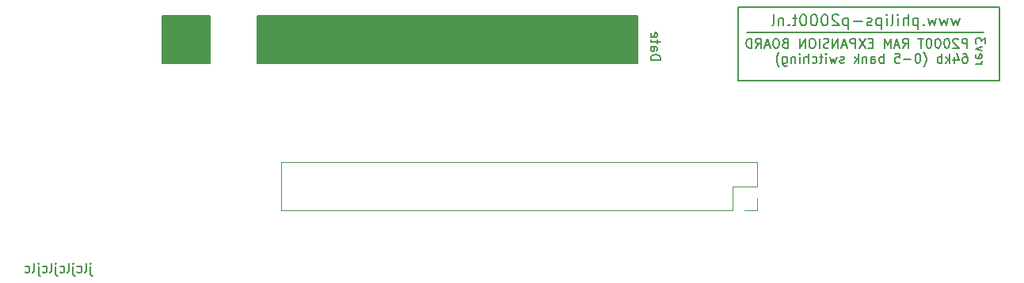
<source format=gbr>
%TF.GenerationSoftware,KiCad,Pcbnew,7.0.10*%
%TF.CreationDate,2024-01-06T13:40:11+01:00*%
%TF.ProjectId,p2000t-ram-expansion-board-smd,70323030-3074-42d7-9261-6d2d65787061,rev?*%
%TF.SameCoordinates,Original*%
%TF.FileFunction,Legend,Bot*%
%TF.FilePolarity,Positive*%
%FSLAX46Y46*%
G04 Gerber Fmt 4.6, Leading zero omitted, Abs format (unit mm)*
G04 Created by KiCad (PCBNEW 7.0.10) date 2024-01-06 13:40:11*
%MOMM*%
%LPD*%
G01*
G04 APERTURE LIST*
%ADD10C,0.150000*%
%ADD11C,0.120000*%
G04 APERTURE END LIST*
D10*
X98322382Y-60071000D02*
X126262382Y-60071000D01*
X126262382Y-67945000D01*
X98322382Y-67945000D01*
X98322382Y-60071000D01*
X46990000Y-60960000D02*
X87630000Y-60960000D01*
X87630000Y-66040000D01*
X46990000Y-66040000D01*
X46990000Y-60960000D01*
G36*
X46990000Y-60960000D02*
G01*
X87630000Y-60960000D01*
X87630000Y-66040000D01*
X46990000Y-66040000D01*
X46990000Y-60960000D01*
G37*
X36830000Y-60960000D02*
X41910000Y-60960000D01*
X41910000Y-66040000D01*
X36830000Y-66040000D01*
X36830000Y-60960000D01*
G36*
X36830000Y-60960000D02*
G01*
X41910000Y-60960000D01*
X41910000Y-66040000D01*
X36830000Y-66040000D01*
X36830000Y-60960000D01*
G37*
X99314000Y-62738000D02*
X124587000Y-62738000D01*
X123751180Y-66127142D02*
X124417847Y-66127142D01*
X124227371Y-66127142D02*
X124322609Y-66079523D01*
X124322609Y-66079523D02*
X124370228Y-66031904D01*
X124370228Y-66031904D02*
X124417847Y-65936666D01*
X124417847Y-65936666D02*
X124417847Y-65841428D01*
X123798800Y-65127142D02*
X123751180Y-65222380D01*
X123751180Y-65222380D02*
X123751180Y-65412856D01*
X123751180Y-65412856D02*
X123798800Y-65508094D01*
X123798800Y-65508094D02*
X123894038Y-65555713D01*
X123894038Y-65555713D02*
X124274990Y-65555713D01*
X124274990Y-65555713D02*
X124370228Y-65508094D01*
X124370228Y-65508094D02*
X124417847Y-65412856D01*
X124417847Y-65412856D02*
X124417847Y-65222380D01*
X124417847Y-65222380D02*
X124370228Y-65127142D01*
X124370228Y-65127142D02*
X124274990Y-65079523D01*
X124274990Y-65079523D02*
X124179752Y-65079523D01*
X124179752Y-65079523D02*
X124084514Y-65555713D01*
X124417847Y-64746189D02*
X123751180Y-64508094D01*
X123751180Y-64508094D02*
X124417847Y-64269999D01*
X124751180Y-63984284D02*
X124751180Y-63365237D01*
X124751180Y-63365237D02*
X124370228Y-63698570D01*
X124370228Y-63698570D02*
X124370228Y-63555713D01*
X124370228Y-63555713D02*
X124322609Y-63460475D01*
X124322609Y-63460475D02*
X124274990Y-63412856D01*
X124274990Y-63412856D02*
X124179752Y-63365237D01*
X124179752Y-63365237D02*
X123941657Y-63365237D01*
X123941657Y-63365237D02*
X123846419Y-63412856D01*
X123846419Y-63412856D02*
X123798800Y-63460475D01*
X123798800Y-63460475D02*
X123751180Y-63555713D01*
X123751180Y-63555713D02*
X123751180Y-63841427D01*
X123751180Y-63841427D02*
X123798800Y-63936665D01*
X123798800Y-63936665D02*
X123846419Y-63984284D01*
X122071142Y-61215342D02*
X121842571Y-62015342D01*
X121842571Y-62015342D02*
X121613999Y-61443914D01*
X121613999Y-61443914D02*
X121385428Y-62015342D01*
X121385428Y-62015342D02*
X121156856Y-61215342D01*
X120813999Y-61215342D02*
X120585428Y-62015342D01*
X120585428Y-62015342D02*
X120356856Y-61443914D01*
X120356856Y-61443914D02*
X120128285Y-62015342D01*
X120128285Y-62015342D02*
X119899713Y-61215342D01*
X119556856Y-61215342D02*
X119328285Y-62015342D01*
X119328285Y-62015342D02*
X119099713Y-61443914D01*
X119099713Y-61443914D02*
X118871142Y-62015342D01*
X118871142Y-62015342D02*
X118642570Y-61215342D01*
X118185427Y-61901057D02*
X118128284Y-61958200D01*
X118128284Y-61958200D02*
X118185427Y-62015342D01*
X118185427Y-62015342D02*
X118242570Y-61958200D01*
X118242570Y-61958200D02*
X118185427Y-61901057D01*
X118185427Y-61901057D02*
X118185427Y-62015342D01*
X117613998Y-61215342D02*
X117613998Y-62415342D01*
X117613998Y-61272485D02*
X117499713Y-61215342D01*
X117499713Y-61215342D02*
X117271141Y-61215342D01*
X117271141Y-61215342D02*
X117156855Y-61272485D01*
X117156855Y-61272485D02*
X117099713Y-61329628D01*
X117099713Y-61329628D02*
X117042570Y-61443914D01*
X117042570Y-61443914D02*
X117042570Y-61786771D01*
X117042570Y-61786771D02*
X117099713Y-61901057D01*
X117099713Y-61901057D02*
X117156855Y-61958200D01*
X117156855Y-61958200D02*
X117271141Y-62015342D01*
X117271141Y-62015342D02*
X117499713Y-62015342D01*
X117499713Y-62015342D02*
X117613998Y-61958200D01*
X116528284Y-62015342D02*
X116528284Y-60815342D01*
X116013999Y-62015342D02*
X116013999Y-61386771D01*
X116013999Y-61386771D02*
X116071141Y-61272485D01*
X116071141Y-61272485D02*
X116185427Y-61215342D01*
X116185427Y-61215342D02*
X116356856Y-61215342D01*
X116356856Y-61215342D02*
X116471141Y-61272485D01*
X116471141Y-61272485D02*
X116528284Y-61329628D01*
X115442570Y-62015342D02*
X115442570Y-61215342D01*
X115442570Y-60815342D02*
X115499713Y-60872485D01*
X115499713Y-60872485D02*
X115442570Y-60929628D01*
X115442570Y-60929628D02*
X115385427Y-60872485D01*
X115385427Y-60872485D02*
X115442570Y-60815342D01*
X115442570Y-60815342D02*
X115442570Y-60929628D01*
X114699713Y-62015342D02*
X114813998Y-61958200D01*
X114813998Y-61958200D02*
X114871141Y-61843914D01*
X114871141Y-61843914D02*
X114871141Y-60815342D01*
X114242570Y-62015342D02*
X114242570Y-61215342D01*
X114242570Y-60815342D02*
X114299713Y-60872485D01*
X114299713Y-60872485D02*
X114242570Y-60929628D01*
X114242570Y-60929628D02*
X114185427Y-60872485D01*
X114185427Y-60872485D02*
X114242570Y-60815342D01*
X114242570Y-60815342D02*
X114242570Y-60929628D01*
X113671141Y-61215342D02*
X113671141Y-62415342D01*
X113671141Y-61272485D02*
X113556856Y-61215342D01*
X113556856Y-61215342D02*
X113328284Y-61215342D01*
X113328284Y-61215342D02*
X113213998Y-61272485D01*
X113213998Y-61272485D02*
X113156856Y-61329628D01*
X113156856Y-61329628D02*
X113099713Y-61443914D01*
X113099713Y-61443914D02*
X113099713Y-61786771D01*
X113099713Y-61786771D02*
X113156856Y-61901057D01*
X113156856Y-61901057D02*
X113213998Y-61958200D01*
X113213998Y-61958200D02*
X113328284Y-62015342D01*
X113328284Y-62015342D02*
X113556856Y-62015342D01*
X113556856Y-62015342D02*
X113671141Y-61958200D01*
X112642570Y-61958200D02*
X112528284Y-62015342D01*
X112528284Y-62015342D02*
X112299713Y-62015342D01*
X112299713Y-62015342D02*
X112185427Y-61958200D01*
X112185427Y-61958200D02*
X112128284Y-61843914D01*
X112128284Y-61843914D02*
X112128284Y-61786771D01*
X112128284Y-61786771D02*
X112185427Y-61672485D01*
X112185427Y-61672485D02*
X112299713Y-61615342D01*
X112299713Y-61615342D02*
X112471142Y-61615342D01*
X112471142Y-61615342D02*
X112585427Y-61558200D01*
X112585427Y-61558200D02*
X112642570Y-61443914D01*
X112642570Y-61443914D02*
X112642570Y-61386771D01*
X112642570Y-61386771D02*
X112585427Y-61272485D01*
X112585427Y-61272485D02*
X112471142Y-61215342D01*
X112471142Y-61215342D02*
X112299713Y-61215342D01*
X112299713Y-61215342D02*
X112185427Y-61272485D01*
X111613998Y-61558200D02*
X110699713Y-61558200D01*
X110128284Y-61215342D02*
X110128284Y-62415342D01*
X110128284Y-61272485D02*
X110013999Y-61215342D01*
X110013999Y-61215342D02*
X109785427Y-61215342D01*
X109785427Y-61215342D02*
X109671141Y-61272485D01*
X109671141Y-61272485D02*
X109613999Y-61329628D01*
X109613999Y-61329628D02*
X109556856Y-61443914D01*
X109556856Y-61443914D02*
X109556856Y-61786771D01*
X109556856Y-61786771D02*
X109613999Y-61901057D01*
X109613999Y-61901057D02*
X109671141Y-61958200D01*
X109671141Y-61958200D02*
X109785427Y-62015342D01*
X109785427Y-62015342D02*
X110013999Y-62015342D01*
X110013999Y-62015342D02*
X110128284Y-61958200D01*
X109099713Y-60929628D02*
X109042570Y-60872485D01*
X109042570Y-60872485D02*
X108928285Y-60815342D01*
X108928285Y-60815342D02*
X108642570Y-60815342D01*
X108642570Y-60815342D02*
X108528285Y-60872485D01*
X108528285Y-60872485D02*
X108471142Y-60929628D01*
X108471142Y-60929628D02*
X108413999Y-61043914D01*
X108413999Y-61043914D02*
X108413999Y-61158200D01*
X108413999Y-61158200D02*
X108471142Y-61329628D01*
X108471142Y-61329628D02*
X109156856Y-62015342D01*
X109156856Y-62015342D02*
X108413999Y-62015342D01*
X107671142Y-60815342D02*
X107556856Y-60815342D01*
X107556856Y-60815342D02*
X107442570Y-60872485D01*
X107442570Y-60872485D02*
X107385428Y-60929628D01*
X107385428Y-60929628D02*
X107328285Y-61043914D01*
X107328285Y-61043914D02*
X107271142Y-61272485D01*
X107271142Y-61272485D02*
X107271142Y-61558200D01*
X107271142Y-61558200D02*
X107328285Y-61786771D01*
X107328285Y-61786771D02*
X107385428Y-61901057D01*
X107385428Y-61901057D02*
X107442570Y-61958200D01*
X107442570Y-61958200D02*
X107556856Y-62015342D01*
X107556856Y-62015342D02*
X107671142Y-62015342D01*
X107671142Y-62015342D02*
X107785428Y-61958200D01*
X107785428Y-61958200D02*
X107842570Y-61901057D01*
X107842570Y-61901057D02*
X107899713Y-61786771D01*
X107899713Y-61786771D02*
X107956856Y-61558200D01*
X107956856Y-61558200D02*
X107956856Y-61272485D01*
X107956856Y-61272485D02*
X107899713Y-61043914D01*
X107899713Y-61043914D02*
X107842570Y-60929628D01*
X107842570Y-60929628D02*
X107785428Y-60872485D01*
X107785428Y-60872485D02*
X107671142Y-60815342D01*
X106528285Y-60815342D02*
X106413999Y-60815342D01*
X106413999Y-60815342D02*
X106299713Y-60872485D01*
X106299713Y-60872485D02*
X106242571Y-60929628D01*
X106242571Y-60929628D02*
X106185428Y-61043914D01*
X106185428Y-61043914D02*
X106128285Y-61272485D01*
X106128285Y-61272485D02*
X106128285Y-61558200D01*
X106128285Y-61558200D02*
X106185428Y-61786771D01*
X106185428Y-61786771D02*
X106242571Y-61901057D01*
X106242571Y-61901057D02*
X106299713Y-61958200D01*
X106299713Y-61958200D02*
X106413999Y-62015342D01*
X106413999Y-62015342D02*
X106528285Y-62015342D01*
X106528285Y-62015342D02*
X106642571Y-61958200D01*
X106642571Y-61958200D02*
X106699713Y-61901057D01*
X106699713Y-61901057D02*
X106756856Y-61786771D01*
X106756856Y-61786771D02*
X106813999Y-61558200D01*
X106813999Y-61558200D02*
X106813999Y-61272485D01*
X106813999Y-61272485D02*
X106756856Y-61043914D01*
X106756856Y-61043914D02*
X106699713Y-60929628D01*
X106699713Y-60929628D02*
X106642571Y-60872485D01*
X106642571Y-60872485D02*
X106528285Y-60815342D01*
X105385428Y-60815342D02*
X105271142Y-60815342D01*
X105271142Y-60815342D02*
X105156856Y-60872485D01*
X105156856Y-60872485D02*
X105099714Y-60929628D01*
X105099714Y-60929628D02*
X105042571Y-61043914D01*
X105042571Y-61043914D02*
X104985428Y-61272485D01*
X104985428Y-61272485D02*
X104985428Y-61558200D01*
X104985428Y-61558200D02*
X105042571Y-61786771D01*
X105042571Y-61786771D02*
X105099714Y-61901057D01*
X105099714Y-61901057D02*
X105156856Y-61958200D01*
X105156856Y-61958200D02*
X105271142Y-62015342D01*
X105271142Y-62015342D02*
X105385428Y-62015342D01*
X105385428Y-62015342D02*
X105499714Y-61958200D01*
X105499714Y-61958200D02*
X105556856Y-61901057D01*
X105556856Y-61901057D02*
X105613999Y-61786771D01*
X105613999Y-61786771D02*
X105671142Y-61558200D01*
X105671142Y-61558200D02*
X105671142Y-61272485D01*
X105671142Y-61272485D02*
X105613999Y-61043914D01*
X105613999Y-61043914D02*
X105556856Y-60929628D01*
X105556856Y-60929628D02*
X105499714Y-60872485D01*
X105499714Y-60872485D02*
X105385428Y-60815342D01*
X104642571Y-61215342D02*
X104185428Y-61215342D01*
X104471142Y-60815342D02*
X104471142Y-61843914D01*
X104471142Y-61843914D02*
X104413999Y-61958200D01*
X104413999Y-61958200D02*
X104299714Y-62015342D01*
X104299714Y-62015342D02*
X104185428Y-62015342D01*
X103785428Y-61901057D02*
X103728285Y-61958200D01*
X103728285Y-61958200D02*
X103785428Y-62015342D01*
X103785428Y-62015342D02*
X103842571Y-61958200D01*
X103842571Y-61958200D02*
X103785428Y-61901057D01*
X103785428Y-61901057D02*
X103785428Y-62015342D01*
X103213999Y-61215342D02*
X103213999Y-62015342D01*
X103213999Y-61329628D02*
X103156856Y-61272485D01*
X103156856Y-61272485D02*
X103042571Y-61215342D01*
X103042571Y-61215342D02*
X102871142Y-61215342D01*
X102871142Y-61215342D02*
X102756856Y-61272485D01*
X102756856Y-61272485D02*
X102699714Y-61386771D01*
X102699714Y-61386771D02*
X102699714Y-62015342D01*
X101956857Y-62015342D02*
X102071142Y-61958200D01*
X102071142Y-61958200D02*
X102128285Y-61843914D01*
X102128285Y-61843914D02*
X102128285Y-60815342D01*
X89030180Y-65703220D02*
X90030180Y-65703220D01*
X90030180Y-65703220D02*
X90030180Y-65465125D01*
X90030180Y-65465125D02*
X89982561Y-65322268D01*
X89982561Y-65322268D02*
X89887323Y-65227030D01*
X89887323Y-65227030D02*
X89792085Y-65179411D01*
X89792085Y-65179411D02*
X89601609Y-65131792D01*
X89601609Y-65131792D02*
X89458752Y-65131792D01*
X89458752Y-65131792D02*
X89268276Y-65179411D01*
X89268276Y-65179411D02*
X89173038Y-65227030D01*
X89173038Y-65227030D02*
X89077800Y-65322268D01*
X89077800Y-65322268D02*
X89030180Y-65465125D01*
X89030180Y-65465125D02*
X89030180Y-65703220D01*
X89030180Y-64274649D02*
X89553990Y-64274649D01*
X89553990Y-64274649D02*
X89649228Y-64322268D01*
X89649228Y-64322268D02*
X89696847Y-64417506D01*
X89696847Y-64417506D02*
X89696847Y-64607982D01*
X89696847Y-64607982D02*
X89649228Y-64703220D01*
X89077800Y-64274649D02*
X89030180Y-64369887D01*
X89030180Y-64369887D02*
X89030180Y-64607982D01*
X89030180Y-64607982D02*
X89077800Y-64703220D01*
X89077800Y-64703220D02*
X89173038Y-64750839D01*
X89173038Y-64750839D02*
X89268276Y-64750839D01*
X89268276Y-64750839D02*
X89363514Y-64703220D01*
X89363514Y-64703220D02*
X89411133Y-64607982D01*
X89411133Y-64607982D02*
X89411133Y-64369887D01*
X89411133Y-64369887D02*
X89458752Y-64274649D01*
X89696847Y-63941315D02*
X89696847Y-63560363D01*
X90030180Y-63798458D02*
X89173038Y-63798458D01*
X89173038Y-63798458D02*
X89077800Y-63750839D01*
X89077800Y-63750839D02*
X89030180Y-63655601D01*
X89030180Y-63655601D02*
X89030180Y-63560363D01*
X89077800Y-62846077D02*
X89030180Y-62941315D01*
X89030180Y-62941315D02*
X89030180Y-63131791D01*
X89030180Y-63131791D02*
X89077800Y-63227029D01*
X89077800Y-63227029D02*
X89173038Y-63274648D01*
X89173038Y-63274648D02*
X89553990Y-63274648D01*
X89553990Y-63274648D02*
X89649228Y-63227029D01*
X89649228Y-63227029D02*
X89696847Y-63131791D01*
X89696847Y-63131791D02*
X89696847Y-62941315D01*
X89696847Y-62941315D02*
X89649228Y-62846077D01*
X89649228Y-62846077D02*
X89553990Y-62798458D01*
X89553990Y-62798458D02*
X89458752Y-62798458D01*
X89458752Y-62798458D02*
X89363514Y-63274648D01*
X122853220Y-64419819D02*
X122853220Y-63419819D01*
X122853220Y-63419819D02*
X122472268Y-63419819D01*
X122472268Y-63419819D02*
X122377030Y-63467438D01*
X122377030Y-63467438D02*
X122329411Y-63515057D01*
X122329411Y-63515057D02*
X122281792Y-63610295D01*
X122281792Y-63610295D02*
X122281792Y-63753152D01*
X122281792Y-63753152D02*
X122329411Y-63848390D01*
X122329411Y-63848390D02*
X122377030Y-63896009D01*
X122377030Y-63896009D02*
X122472268Y-63943628D01*
X122472268Y-63943628D02*
X122853220Y-63943628D01*
X121900839Y-63515057D02*
X121853220Y-63467438D01*
X121853220Y-63467438D02*
X121757982Y-63419819D01*
X121757982Y-63419819D02*
X121519887Y-63419819D01*
X121519887Y-63419819D02*
X121424649Y-63467438D01*
X121424649Y-63467438D02*
X121377030Y-63515057D01*
X121377030Y-63515057D02*
X121329411Y-63610295D01*
X121329411Y-63610295D02*
X121329411Y-63705533D01*
X121329411Y-63705533D02*
X121377030Y-63848390D01*
X121377030Y-63848390D02*
X121948458Y-64419819D01*
X121948458Y-64419819D02*
X121329411Y-64419819D01*
X120710363Y-63419819D02*
X120615125Y-63419819D01*
X120615125Y-63419819D02*
X120519887Y-63467438D01*
X120519887Y-63467438D02*
X120472268Y-63515057D01*
X120472268Y-63515057D02*
X120424649Y-63610295D01*
X120424649Y-63610295D02*
X120377030Y-63800771D01*
X120377030Y-63800771D02*
X120377030Y-64038866D01*
X120377030Y-64038866D02*
X120424649Y-64229342D01*
X120424649Y-64229342D02*
X120472268Y-64324580D01*
X120472268Y-64324580D02*
X120519887Y-64372200D01*
X120519887Y-64372200D02*
X120615125Y-64419819D01*
X120615125Y-64419819D02*
X120710363Y-64419819D01*
X120710363Y-64419819D02*
X120805601Y-64372200D01*
X120805601Y-64372200D02*
X120853220Y-64324580D01*
X120853220Y-64324580D02*
X120900839Y-64229342D01*
X120900839Y-64229342D02*
X120948458Y-64038866D01*
X120948458Y-64038866D02*
X120948458Y-63800771D01*
X120948458Y-63800771D02*
X120900839Y-63610295D01*
X120900839Y-63610295D02*
X120853220Y-63515057D01*
X120853220Y-63515057D02*
X120805601Y-63467438D01*
X120805601Y-63467438D02*
X120710363Y-63419819D01*
X119757982Y-63419819D02*
X119662744Y-63419819D01*
X119662744Y-63419819D02*
X119567506Y-63467438D01*
X119567506Y-63467438D02*
X119519887Y-63515057D01*
X119519887Y-63515057D02*
X119472268Y-63610295D01*
X119472268Y-63610295D02*
X119424649Y-63800771D01*
X119424649Y-63800771D02*
X119424649Y-64038866D01*
X119424649Y-64038866D02*
X119472268Y-64229342D01*
X119472268Y-64229342D02*
X119519887Y-64324580D01*
X119519887Y-64324580D02*
X119567506Y-64372200D01*
X119567506Y-64372200D02*
X119662744Y-64419819D01*
X119662744Y-64419819D02*
X119757982Y-64419819D01*
X119757982Y-64419819D02*
X119853220Y-64372200D01*
X119853220Y-64372200D02*
X119900839Y-64324580D01*
X119900839Y-64324580D02*
X119948458Y-64229342D01*
X119948458Y-64229342D02*
X119996077Y-64038866D01*
X119996077Y-64038866D02*
X119996077Y-63800771D01*
X119996077Y-63800771D02*
X119948458Y-63610295D01*
X119948458Y-63610295D02*
X119900839Y-63515057D01*
X119900839Y-63515057D02*
X119853220Y-63467438D01*
X119853220Y-63467438D02*
X119757982Y-63419819D01*
X118805601Y-63419819D02*
X118710363Y-63419819D01*
X118710363Y-63419819D02*
X118615125Y-63467438D01*
X118615125Y-63467438D02*
X118567506Y-63515057D01*
X118567506Y-63515057D02*
X118519887Y-63610295D01*
X118519887Y-63610295D02*
X118472268Y-63800771D01*
X118472268Y-63800771D02*
X118472268Y-64038866D01*
X118472268Y-64038866D02*
X118519887Y-64229342D01*
X118519887Y-64229342D02*
X118567506Y-64324580D01*
X118567506Y-64324580D02*
X118615125Y-64372200D01*
X118615125Y-64372200D02*
X118710363Y-64419819D01*
X118710363Y-64419819D02*
X118805601Y-64419819D01*
X118805601Y-64419819D02*
X118900839Y-64372200D01*
X118900839Y-64372200D02*
X118948458Y-64324580D01*
X118948458Y-64324580D02*
X118996077Y-64229342D01*
X118996077Y-64229342D02*
X119043696Y-64038866D01*
X119043696Y-64038866D02*
X119043696Y-63800771D01*
X119043696Y-63800771D02*
X118996077Y-63610295D01*
X118996077Y-63610295D02*
X118948458Y-63515057D01*
X118948458Y-63515057D02*
X118900839Y-63467438D01*
X118900839Y-63467438D02*
X118805601Y-63419819D01*
X118186553Y-63419819D02*
X117615125Y-63419819D01*
X117900839Y-64419819D02*
X117900839Y-63419819D01*
X115948458Y-64419819D02*
X116281791Y-63943628D01*
X116519886Y-64419819D02*
X116519886Y-63419819D01*
X116519886Y-63419819D02*
X116138934Y-63419819D01*
X116138934Y-63419819D02*
X116043696Y-63467438D01*
X116043696Y-63467438D02*
X115996077Y-63515057D01*
X115996077Y-63515057D02*
X115948458Y-63610295D01*
X115948458Y-63610295D02*
X115948458Y-63753152D01*
X115948458Y-63753152D02*
X115996077Y-63848390D01*
X115996077Y-63848390D02*
X116043696Y-63896009D01*
X116043696Y-63896009D02*
X116138934Y-63943628D01*
X116138934Y-63943628D02*
X116519886Y-63943628D01*
X115567505Y-64134104D02*
X115091315Y-64134104D01*
X115662743Y-64419819D02*
X115329410Y-63419819D01*
X115329410Y-63419819D02*
X114996077Y-64419819D01*
X114662743Y-64419819D02*
X114662743Y-63419819D01*
X114662743Y-63419819D02*
X114329410Y-64134104D01*
X114329410Y-64134104D02*
X113996077Y-63419819D01*
X113996077Y-63419819D02*
X113996077Y-64419819D01*
X112757981Y-63896009D02*
X112424648Y-63896009D01*
X112281791Y-64419819D02*
X112757981Y-64419819D01*
X112757981Y-64419819D02*
X112757981Y-63419819D01*
X112757981Y-63419819D02*
X112281791Y-63419819D01*
X111948457Y-63419819D02*
X111281791Y-64419819D01*
X111281791Y-63419819D02*
X111948457Y-64419819D01*
X110900838Y-64419819D02*
X110900838Y-63419819D01*
X110900838Y-63419819D02*
X110519886Y-63419819D01*
X110519886Y-63419819D02*
X110424648Y-63467438D01*
X110424648Y-63467438D02*
X110377029Y-63515057D01*
X110377029Y-63515057D02*
X110329410Y-63610295D01*
X110329410Y-63610295D02*
X110329410Y-63753152D01*
X110329410Y-63753152D02*
X110377029Y-63848390D01*
X110377029Y-63848390D02*
X110424648Y-63896009D01*
X110424648Y-63896009D02*
X110519886Y-63943628D01*
X110519886Y-63943628D02*
X110900838Y-63943628D01*
X109948457Y-64134104D02*
X109472267Y-64134104D01*
X110043695Y-64419819D02*
X109710362Y-63419819D01*
X109710362Y-63419819D02*
X109377029Y-64419819D01*
X109043695Y-64419819D02*
X109043695Y-63419819D01*
X109043695Y-63419819D02*
X108472267Y-64419819D01*
X108472267Y-64419819D02*
X108472267Y-63419819D01*
X108043695Y-64372200D02*
X107900838Y-64419819D01*
X107900838Y-64419819D02*
X107662743Y-64419819D01*
X107662743Y-64419819D02*
X107567505Y-64372200D01*
X107567505Y-64372200D02*
X107519886Y-64324580D01*
X107519886Y-64324580D02*
X107472267Y-64229342D01*
X107472267Y-64229342D02*
X107472267Y-64134104D01*
X107472267Y-64134104D02*
X107519886Y-64038866D01*
X107519886Y-64038866D02*
X107567505Y-63991247D01*
X107567505Y-63991247D02*
X107662743Y-63943628D01*
X107662743Y-63943628D02*
X107853219Y-63896009D01*
X107853219Y-63896009D02*
X107948457Y-63848390D01*
X107948457Y-63848390D02*
X107996076Y-63800771D01*
X107996076Y-63800771D02*
X108043695Y-63705533D01*
X108043695Y-63705533D02*
X108043695Y-63610295D01*
X108043695Y-63610295D02*
X107996076Y-63515057D01*
X107996076Y-63515057D02*
X107948457Y-63467438D01*
X107948457Y-63467438D02*
X107853219Y-63419819D01*
X107853219Y-63419819D02*
X107615124Y-63419819D01*
X107615124Y-63419819D02*
X107472267Y-63467438D01*
X107043695Y-64419819D02*
X107043695Y-63419819D01*
X106377029Y-63419819D02*
X106186553Y-63419819D01*
X106186553Y-63419819D02*
X106091315Y-63467438D01*
X106091315Y-63467438D02*
X105996077Y-63562676D01*
X105996077Y-63562676D02*
X105948458Y-63753152D01*
X105948458Y-63753152D02*
X105948458Y-64086485D01*
X105948458Y-64086485D02*
X105996077Y-64276961D01*
X105996077Y-64276961D02*
X106091315Y-64372200D01*
X106091315Y-64372200D02*
X106186553Y-64419819D01*
X106186553Y-64419819D02*
X106377029Y-64419819D01*
X106377029Y-64419819D02*
X106472267Y-64372200D01*
X106472267Y-64372200D02*
X106567505Y-64276961D01*
X106567505Y-64276961D02*
X106615124Y-64086485D01*
X106615124Y-64086485D02*
X106615124Y-63753152D01*
X106615124Y-63753152D02*
X106567505Y-63562676D01*
X106567505Y-63562676D02*
X106472267Y-63467438D01*
X106472267Y-63467438D02*
X106377029Y-63419819D01*
X105519886Y-64419819D02*
X105519886Y-63419819D01*
X105519886Y-63419819D02*
X104948458Y-64419819D01*
X104948458Y-64419819D02*
X104948458Y-63419819D01*
X103377029Y-63896009D02*
X103234172Y-63943628D01*
X103234172Y-63943628D02*
X103186553Y-63991247D01*
X103186553Y-63991247D02*
X103138934Y-64086485D01*
X103138934Y-64086485D02*
X103138934Y-64229342D01*
X103138934Y-64229342D02*
X103186553Y-64324580D01*
X103186553Y-64324580D02*
X103234172Y-64372200D01*
X103234172Y-64372200D02*
X103329410Y-64419819D01*
X103329410Y-64419819D02*
X103710362Y-64419819D01*
X103710362Y-64419819D02*
X103710362Y-63419819D01*
X103710362Y-63419819D02*
X103377029Y-63419819D01*
X103377029Y-63419819D02*
X103281791Y-63467438D01*
X103281791Y-63467438D02*
X103234172Y-63515057D01*
X103234172Y-63515057D02*
X103186553Y-63610295D01*
X103186553Y-63610295D02*
X103186553Y-63705533D01*
X103186553Y-63705533D02*
X103234172Y-63800771D01*
X103234172Y-63800771D02*
X103281791Y-63848390D01*
X103281791Y-63848390D02*
X103377029Y-63896009D01*
X103377029Y-63896009D02*
X103710362Y-63896009D01*
X102519886Y-63419819D02*
X102329410Y-63419819D01*
X102329410Y-63419819D02*
X102234172Y-63467438D01*
X102234172Y-63467438D02*
X102138934Y-63562676D01*
X102138934Y-63562676D02*
X102091315Y-63753152D01*
X102091315Y-63753152D02*
X102091315Y-64086485D01*
X102091315Y-64086485D02*
X102138934Y-64276961D01*
X102138934Y-64276961D02*
X102234172Y-64372200D01*
X102234172Y-64372200D02*
X102329410Y-64419819D01*
X102329410Y-64419819D02*
X102519886Y-64419819D01*
X102519886Y-64419819D02*
X102615124Y-64372200D01*
X102615124Y-64372200D02*
X102710362Y-64276961D01*
X102710362Y-64276961D02*
X102757981Y-64086485D01*
X102757981Y-64086485D02*
X102757981Y-63753152D01*
X102757981Y-63753152D02*
X102710362Y-63562676D01*
X102710362Y-63562676D02*
X102615124Y-63467438D01*
X102615124Y-63467438D02*
X102519886Y-63419819D01*
X101710362Y-64134104D02*
X101234172Y-64134104D01*
X101805600Y-64419819D02*
X101472267Y-63419819D01*
X101472267Y-63419819D02*
X101138934Y-64419819D01*
X100234172Y-64419819D02*
X100567505Y-63943628D01*
X100805600Y-64419819D02*
X100805600Y-63419819D01*
X100805600Y-63419819D02*
X100424648Y-63419819D01*
X100424648Y-63419819D02*
X100329410Y-63467438D01*
X100329410Y-63467438D02*
X100281791Y-63515057D01*
X100281791Y-63515057D02*
X100234172Y-63610295D01*
X100234172Y-63610295D02*
X100234172Y-63753152D01*
X100234172Y-63753152D02*
X100281791Y-63848390D01*
X100281791Y-63848390D02*
X100329410Y-63896009D01*
X100329410Y-63896009D02*
X100424648Y-63943628D01*
X100424648Y-63943628D02*
X100805600Y-63943628D01*
X99805600Y-64419819D02*
X99805600Y-63419819D01*
X99805600Y-63419819D02*
X99567505Y-63419819D01*
X99567505Y-63419819D02*
X99424648Y-63467438D01*
X99424648Y-63467438D02*
X99329410Y-63562676D01*
X99329410Y-63562676D02*
X99281791Y-63657914D01*
X99281791Y-63657914D02*
X99234172Y-63848390D01*
X99234172Y-63848390D02*
X99234172Y-63991247D01*
X99234172Y-63991247D02*
X99281791Y-64181723D01*
X99281791Y-64181723D02*
X99329410Y-64276961D01*
X99329410Y-64276961D02*
X99424648Y-64372200D01*
X99424648Y-64372200D02*
X99567505Y-64419819D01*
X99567505Y-64419819D02*
X99805600Y-64419819D01*
X122424649Y-65029819D02*
X122615125Y-65029819D01*
X122615125Y-65029819D02*
X122710363Y-65077438D01*
X122710363Y-65077438D02*
X122757982Y-65125057D01*
X122757982Y-65125057D02*
X122853220Y-65267914D01*
X122853220Y-65267914D02*
X122900839Y-65458390D01*
X122900839Y-65458390D02*
X122900839Y-65839342D01*
X122900839Y-65839342D02*
X122853220Y-65934580D01*
X122853220Y-65934580D02*
X122805601Y-65982200D01*
X122805601Y-65982200D02*
X122710363Y-66029819D01*
X122710363Y-66029819D02*
X122519887Y-66029819D01*
X122519887Y-66029819D02*
X122424649Y-65982200D01*
X122424649Y-65982200D02*
X122377030Y-65934580D01*
X122377030Y-65934580D02*
X122329411Y-65839342D01*
X122329411Y-65839342D02*
X122329411Y-65601247D01*
X122329411Y-65601247D02*
X122377030Y-65506009D01*
X122377030Y-65506009D02*
X122424649Y-65458390D01*
X122424649Y-65458390D02*
X122519887Y-65410771D01*
X122519887Y-65410771D02*
X122710363Y-65410771D01*
X122710363Y-65410771D02*
X122805601Y-65458390D01*
X122805601Y-65458390D02*
X122853220Y-65506009D01*
X122853220Y-65506009D02*
X122900839Y-65601247D01*
X121472268Y-65363152D02*
X121472268Y-66029819D01*
X121710363Y-64982200D02*
X121948458Y-65696485D01*
X121948458Y-65696485D02*
X121329411Y-65696485D01*
X120948458Y-66029819D02*
X120948458Y-65029819D01*
X120853220Y-65648866D02*
X120567506Y-66029819D01*
X120567506Y-65363152D02*
X120948458Y-65744104D01*
X120138934Y-66029819D02*
X120138934Y-65029819D01*
X120138934Y-65410771D02*
X120043696Y-65363152D01*
X120043696Y-65363152D02*
X119853220Y-65363152D01*
X119853220Y-65363152D02*
X119757982Y-65410771D01*
X119757982Y-65410771D02*
X119710363Y-65458390D01*
X119710363Y-65458390D02*
X119662744Y-65553628D01*
X119662744Y-65553628D02*
X119662744Y-65839342D01*
X119662744Y-65839342D02*
X119710363Y-65934580D01*
X119710363Y-65934580D02*
X119757982Y-65982200D01*
X119757982Y-65982200D02*
X119853220Y-66029819D01*
X119853220Y-66029819D02*
X120043696Y-66029819D01*
X120043696Y-66029819D02*
X120138934Y-65982200D01*
X118186553Y-66410771D02*
X118234172Y-66363152D01*
X118234172Y-66363152D02*
X118329410Y-66220295D01*
X118329410Y-66220295D02*
X118377029Y-66125057D01*
X118377029Y-66125057D02*
X118424648Y-65982200D01*
X118424648Y-65982200D02*
X118472267Y-65744104D01*
X118472267Y-65744104D02*
X118472267Y-65553628D01*
X118472267Y-65553628D02*
X118424648Y-65315533D01*
X118424648Y-65315533D02*
X118377029Y-65172676D01*
X118377029Y-65172676D02*
X118329410Y-65077438D01*
X118329410Y-65077438D02*
X118234172Y-64934580D01*
X118234172Y-64934580D02*
X118186553Y-64886961D01*
X117615124Y-65029819D02*
X117519886Y-65029819D01*
X117519886Y-65029819D02*
X117424648Y-65077438D01*
X117424648Y-65077438D02*
X117377029Y-65125057D01*
X117377029Y-65125057D02*
X117329410Y-65220295D01*
X117329410Y-65220295D02*
X117281791Y-65410771D01*
X117281791Y-65410771D02*
X117281791Y-65648866D01*
X117281791Y-65648866D02*
X117329410Y-65839342D01*
X117329410Y-65839342D02*
X117377029Y-65934580D01*
X117377029Y-65934580D02*
X117424648Y-65982200D01*
X117424648Y-65982200D02*
X117519886Y-66029819D01*
X117519886Y-66029819D02*
X117615124Y-66029819D01*
X117615124Y-66029819D02*
X117710362Y-65982200D01*
X117710362Y-65982200D02*
X117757981Y-65934580D01*
X117757981Y-65934580D02*
X117805600Y-65839342D01*
X117805600Y-65839342D02*
X117853219Y-65648866D01*
X117853219Y-65648866D02*
X117853219Y-65410771D01*
X117853219Y-65410771D02*
X117805600Y-65220295D01*
X117805600Y-65220295D02*
X117757981Y-65125057D01*
X117757981Y-65125057D02*
X117710362Y-65077438D01*
X117710362Y-65077438D02*
X117615124Y-65029819D01*
X116853219Y-65648866D02*
X116091315Y-65648866D01*
X115138934Y-65029819D02*
X115615124Y-65029819D01*
X115615124Y-65029819D02*
X115662743Y-65506009D01*
X115662743Y-65506009D02*
X115615124Y-65458390D01*
X115615124Y-65458390D02*
X115519886Y-65410771D01*
X115519886Y-65410771D02*
X115281791Y-65410771D01*
X115281791Y-65410771D02*
X115186553Y-65458390D01*
X115186553Y-65458390D02*
X115138934Y-65506009D01*
X115138934Y-65506009D02*
X115091315Y-65601247D01*
X115091315Y-65601247D02*
X115091315Y-65839342D01*
X115091315Y-65839342D02*
X115138934Y-65934580D01*
X115138934Y-65934580D02*
X115186553Y-65982200D01*
X115186553Y-65982200D02*
X115281791Y-66029819D01*
X115281791Y-66029819D02*
X115519886Y-66029819D01*
X115519886Y-66029819D02*
X115615124Y-65982200D01*
X115615124Y-65982200D02*
X115662743Y-65934580D01*
X113900838Y-66029819D02*
X113900838Y-65029819D01*
X113900838Y-65410771D02*
X113805600Y-65363152D01*
X113805600Y-65363152D02*
X113615124Y-65363152D01*
X113615124Y-65363152D02*
X113519886Y-65410771D01*
X113519886Y-65410771D02*
X113472267Y-65458390D01*
X113472267Y-65458390D02*
X113424648Y-65553628D01*
X113424648Y-65553628D02*
X113424648Y-65839342D01*
X113424648Y-65839342D02*
X113472267Y-65934580D01*
X113472267Y-65934580D02*
X113519886Y-65982200D01*
X113519886Y-65982200D02*
X113615124Y-66029819D01*
X113615124Y-66029819D02*
X113805600Y-66029819D01*
X113805600Y-66029819D02*
X113900838Y-65982200D01*
X112567505Y-66029819D02*
X112567505Y-65506009D01*
X112567505Y-65506009D02*
X112615124Y-65410771D01*
X112615124Y-65410771D02*
X112710362Y-65363152D01*
X112710362Y-65363152D02*
X112900838Y-65363152D01*
X112900838Y-65363152D02*
X112996076Y-65410771D01*
X112567505Y-65982200D02*
X112662743Y-66029819D01*
X112662743Y-66029819D02*
X112900838Y-66029819D01*
X112900838Y-66029819D02*
X112996076Y-65982200D01*
X112996076Y-65982200D02*
X113043695Y-65886961D01*
X113043695Y-65886961D02*
X113043695Y-65791723D01*
X113043695Y-65791723D02*
X112996076Y-65696485D01*
X112996076Y-65696485D02*
X112900838Y-65648866D01*
X112900838Y-65648866D02*
X112662743Y-65648866D01*
X112662743Y-65648866D02*
X112567505Y-65601247D01*
X112091314Y-65363152D02*
X112091314Y-66029819D01*
X112091314Y-65458390D02*
X112043695Y-65410771D01*
X112043695Y-65410771D02*
X111948457Y-65363152D01*
X111948457Y-65363152D02*
X111805600Y-65363152D01*
X111805600Y-65363152D02*
X111710362Y-65410771D01*
X111710362Y-65410771D02*
X111662743Y-65506009D01*
X111662743Y-65506009D02*
X111662743Y-66029819D01*
X111186552Y-66029819D02*
X111186552Y-65029819D01*
X111091314Y-65648866D02*
X110805600Y-66029819D01*
X110805600Y-65363152D02*
X111186552Y-65744104D01*
X109662742Y-65982200D02*
X109567504Y-66029819D01*
X109567504Y-66029819D02*
X109377028Y-66029819D01*
X109377028Y-66029819D02*
X109281790Y-65982200D01*
X109281790Y-65982200D02*
X109234171Y-65886961D01*
X109234171Y-65886961D02*
X109234171Y-65839342D01*
X109234171Y-65839342D02*
X109281790Y-65744104D01*
X109281790Y-65744104D02*
X109377028Y-65696485D01*
X109377028Y-65696485D02*
X109519885Y-65696485D01*
X109519885Y-65696485D02*
X109615123Y-65648866D01*
X109615123Y-65648866D02*
X109662742Y-65553628D01*
X109662742Y-65553628D02*
X109662742Y-65506009D01*
X109662742Y-65506009D02*
X109615123Y-65410771D01*
X109615123Y-65410771D02*
X109519885Y-65363152D01*
X109519885Y-65363152D02*
X109377028Y-65363152D01*
X109377028Y-65363152D02*
X109281790Y-65410771D01*
X108900837Y-65363152D02*
X108710361Y-66029819D01*
X108710361Y-66029819D02*
X108519885Y-65553628D01*
X108519885Y-65553628D02*
X108329409Y-66029819D01*
X108329409Y-66029819D02*
X108138933Y-65363152D01*
X107757980Y-66029819D02*
X107757980Y-65363152D01*
X107757980Y-65029819D02*
X107805599Y-65077438D01*
X107805599Y-65077438D02*
X107757980Y-65125057D01*
X107757980Y-65125057D02*
X107710361Y-65077438D01*
X107710361Y-65077438D02*
X107757980Y-65029819D01*
X107757980Y-65029819D02*
X107757980Y-65125057D01*
X107424647Y-65363152D02*
X107043695Y-65363152D01*
X107281790Y-65029819D02*
X107281790Y-65886961D01*
X107281790Y-65886961D02*
X107234171Y-65982200D01*
X107234171Y-65982200D02*
X107138933Y-66029819D01*
X107138933Y-66029819D02*
X107043695Y-66029819D01*
X106281790Y-65982200D02*
X106377028Y-66029819D01*
X106377028Y-66029819D02*
X106567504Y-66029819D01*
X106567504Y-66029819D02*
X106662742Y-65982200D01*
X106662742Y-65982200D02*
X106710361Y-65934580D01*
X106710361Y-65934580D02*
X106757980Y-65839342D01*
X106757980Y-65839342D02*
X106757980Y-65553628D01*
X106757980Y-65553628D02*
X106710361Y-65458390D01*
X106710361Y-65458390D02*
X106662742Y-65410771D01*
X106662742Y-65410771D02*
X106567504Y-65363152D01*
X106567504Y-65363152D02*
X106377028Y-65363152D01*
X106377028Y-65363152D02*
X106281790Y-65410771D01*
X105853218Y-66029819D02*
X105853218Y-65029819D01*
X105424647Y-66029819D02*
X105424647Y-65506009D01*
X105424647Y-65506009D02*
X105472266Y-65410771D01*
X105472266Y-65410771D02*
X105567504Y-65363152D01*
X105567504Y-65363152D02*
X105710361Y-65363152D01*
X105710361Y-65363152D02*
X105805599Y-65410771D01*
X105805599Y-65410771D02*
X105853218Y-65458390D01*
X104948456Y-66029819D02*
X104948456Y-65363152D01*
X104948456Y-65029819D02*
X104996075Y-65077438D01*
X104996075Y-65077438D02*
X104948456Y-65125057D01*
X104948456Y-65125057D02*
X104900837Y-65077438D01*
X104900837Y-65077438D02*
X104948456Y-65029819D01*
X104948456Y-65029819D02*
X104948456Y-65125057D01*
X104472266Y-65363152D02*
X104472266Y-66029819D01*
X104472266Y-65458390D02*
X104424647Y-65410771D01*
X104424647Y-65410771D02*
X104329409Y-65363152D01*
X104329409Y-65363152D02*
X104186552Y-65363152D01*
X104186552Y-65363152D02*
X104091314Y-65410771D01*
X104091314Y-65410771D02*
X104043695Y-65506009D01*
X104043695Y-65506009D02*
X104043695Y-66029819D01*
X103138933Y-65363152D02*
X103138933Y-66172676D01*
X103138933Y-66172676D02*
X103186552Y-66267914D01*
X103186552Y-66267914D02*
X103234171Y-66315533D01*
X103234171Y-66315533D02*
X103329409Y-66363152D01*
X103329409Y-66363152D02*
X103472266Y-66363152D01*
X103472266Y-66363152D02*
X103567504Y-66315533D01*
X103138933Y-65982200D02*
X103234171Y-66029819D01*
X103234171Y-66029819D02*
X103424647Y-66029819D01*
X103424647Y-66029819D02*
X103519885Y-65982200D01*
X103519885Y-65982200D02*
X103567504Y-65934580D01*
X103567504Y-65934580D02*
X103615123Y-65839342D01*
X103615123Y-65839342D02*
X103615123Y-65553628D01*
X103615123Y-65553628D02*
X103567504Y-65458390D01*
X103567504Y-65458390D02*
X103519885Y-65410771D01*
X103519885Y-65410771D02*
X103424647Y-65363152D01*
X103424647Y-65363152D02*
X103234171Y-65363152D01*
X103234171Y-65363152D02*
X103138933Y-65410771D01*
X102757980Y-66410771D02*
X102710361Y-66363152D01*
X102710361Y-66363152D02*
X102615123Y-66220295D01*
X102615123Y-66220295D02*
X102567504Y-66125057D01*
X102567504Y-66125057D02*
X102519885Y-65982200D01*
X102519885Y-65982200D02*
X102472266Y-65744104D01*
X102472266Y-65744104D02*
X102472266Y-65553628D01*
X102472266Y-65553628D02*
X102519885Y-65315533D01*
X102519885Y-65315533D02*
X102567504Y-65172676D01*
X102567504Y-65172676D02*
X102615123Y-65077438D01*
X102615123Y-65077438D02*
X102710361Y-64934580D01*
X102710361Y-64934580D02*
X102757980Y-64886961D01*
X29130190Y-87799152D02*
X29130190Y-88656295D01*
X29130190Y-88656295D02*
X29177809Y-88751533D01*
X29177809Y-88751533D02*
X29273047Y-88799152D01*
X29273047Y-88799152D02*
X29320666Y-88799152D01*
X29130190Y-87465819D02*
X29177809Y-87513438D01*
X29177809Y-87513438D02*
X29130190Y-87561057D01*
X29130190Y-87561057D02*
X29082571Y-87513438D01*
X29082571Y-87513438D02*
X29130190Y-87465819D01*
X29130190Y-87465819D02*
X29130190Y-87561057D01*
X28511143Y-88465819D02*
X28606381Y-88418200D01*
X28606381Y-88418200D02*
X28654000Y-88322961D01*
X28654000Y-88322961D02*
X28654000Y-87465819D01*
X27701619Y-88418200D02*
X27796857Y-88465819D01*
X27796857Y-88465819D02*
X27987333Y-88465819D01*
X27987333Y-88465819D02*
X28082571Y-88418200D01*
X28082571Y-88418200D02*
X28130190Y-88370580D01*
X28130190Y-88370580D02*
X28177809Y-88275342D01*
X28177809Y-88275342D02*
X28177809Y-87989628D01*
X28177809Y-87989628D02*
X28130190Y-87894390D01*
X28130190Y-87894390D02*
X28082571Y-87846771D01*
X28082571Y-87846771D02*
X27987333Y-87799152D01*
X27987333Y-87799152D02*
X27796857Y-87799152D01*
X27796857Y-87799152D02*
X27701619Y-87846771D01*
X27273047Y-87799152D02*
X27273047Y-88656295D01*
X27273047Y-88656295D02*
X27320666Y-88751533D01*
X27320666Y-88751533D02*
X27415904Y-88799152D01*
X27415904Y-88799152D02*
X27463523Y-88799152D01*
X27273047Y-87465819D02*
X27320666Y-87513438D01*
X27320666Y-87513438D02*
X27273047Y-87561057D01*
X27273047Y-87561057D02*
X27225428Y-87513438D01*
X27225428Y-87513438D02*
X27273047Y-87465819D01*
X27273047Y-87465819D02*
X27273047Y-87561057D01*
X26654000Y-88465819D02*
X26749238Y-88418200D01*
X26749238Y-88418200D02*
X26796857Y-88322961D01*
X26796857Y-88322961D02*
X26796857Y-87465819D01*
X25844476Y-88418200D02*
X25939714Y-88465819D01*
X25939714Y-88465819D02*
X26130190Y-88465819D01*
X26130190Y-88465819D02*
X26225428Y-88418200D01*
X26225428Y-88418200D02*
X26273047Y-88370580D01*
X26273047Y-88370580D02*
X26320666Y-88275342D01*
X26320666Y-88275342D02*
X26320666Y-87989628D01*
X26320666Y-87989628D02*
X26273047Y-87894390D01*
X26273047Y-87894390D02*
X26225428Y-87846771D01*
X26225428Y-87846771D02*
X26130190Y-87799152D01*
X26130190Y-87799152D02*
X25939714Y-87799152D01*
X25939714Y-87799152D02*
X25844476Y-87846771D01*
X25415904Y-87799152D02*
X25415904Y-88656295D01*
X25415904Y-88656295D02*
X25463523Y-88751533D01*
X25463523Y-88751533D02*
X25558761Y-88799152D01*
X25558761Y-88799152D02*
X25606380Y-88799152D01*
X25415904Y-87465819D02*
X25463523Y-87513438D01*
X25463523Y-87513438D02*
X25415904Y-87561057D01*
X25415904Y-87561057D02*
X25368285Y-87513438D01*
X25368285Y-87513438D02*
X25415904Y-87465819D01*
X25415904Y-87465819D02*
X25415904Y-87561057D01*
X24796857Y-88465819D02*
X24892095Y-88418200D01*
X24892095Y-88418200D02*
X24939714Y-88322961D01*
X24939714Y-88322961D02*
X24939714Y-87465819D01*
X23987333Y-88418200D02*
X24082571Y-88465819D01*
X24082571Y-88465819D02*
X24273047Y-88465819D01*
X24273047Y-88465819D02*
X24368285Y-88418200D01*
X24368285Y-88418200D02*
X24415904Y-88370580D01*
X24415904Y-88370580D02*
X24463523Y-88275342D01*
X24463523Y-88275342D02*
X24463523Y-87989628D01*
X24463523Y-87989628D02*
X24415904Y-87894390D01*
X24415904Y-87894390D02*
X24368285Y-87846771D01*
X24368285Y-87846771D02*
X24273047Y-87799152D01*
X24273047Y-87799152D02*
X24082571Y-87799152D01*
X24082571Y-87799152D02*
X23987333Y-87846771D01*
X23558761Y-87799152D02*
X23558761Y-88656295D01*
X23558761Y-88656295D02*
X23606380Y-88751533D01*
X23606380Y-88751533D02*
X23701618Y-88799152D01*
X23701618Y-88799152D02*
X23749237Y-88799152D01*
X23558761Y-87465819D02*
X23606380Y-87513438D01*
X23606380Y-87513438D02*
X23558761Y-87561057D01*
X23558761Y-87561057D02*
X23511142Y-87513438D01*
X23511142Y-87513438D02*
X23558761Y-87465819D01*
X23558761Y-87465819D02*
X23558761Y-87561057D01*
X22939714Y-88465819D02*
X23034952Y-88418200D01*
X23034952Y-88418200D02*
X23082571Y-88322961D01*
X23082571Y-88322961D02*
X23082571Y-87465819D01*
X22130190Y-88418200D02*
X22225428Y-88465819D01*
X22225428Y-88465819D02*
X22415904Y-88465819D01*
X22415904Y-88465819D02*
X22511142Y-88418200D01*
X22511142Y-88418200D02*
X22558761Y-88370580D01*
X22558761Y-88370580D02*
X22606380Y-88275342D01*
X22606380Y-88275342D02*
X22606380Y-87989628D01*
X22606380Y-87989628D02*
X22558761Y-87894390D01*
X22558761Y-87894390D02*
X22511142Y-87846771D01*
X22511142Y-87846771D02*
X22415904Y-87799152D01*
X22415904Y-87799152D02*
X22225428Y-87799152D01*
X22225428Y-87799152D02*
X22130190Y-87846771D01*
D11*
%TO.C,J1*%
X49465000Y-81848000D02*
X49465000Y-76648000D01*
X97785000Y-81848000D02*
X49465000Y-81848000D01*
X97785000Y-81848000D02*
X97785000Y-79248000D01*
X99055000Y-81848000D02*
X100385000Y-81848000D01*
X100385000Y-81848000D02*
X100385000Y-80518000D01*
X97785000Y-79248000D02*
X100385000Y-79248000D01*
X100385000Y-79248000D02*
X100385000Y-76648000D01*
X100385000Y-76648000D02*
X49465000Y-76648000D01*
%TD*%
M02*

</source>
